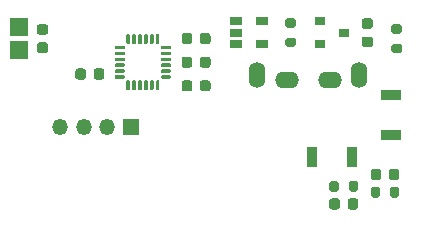
<source format=gbs>
G04 #@! TF.GenerationSoftware,KiCad,Pcbnew,(5.1.10)-1*
G04 #@! TF.CreationDate,2021-10-28T01:20:31+09:00*
G04 #@! TF.ProjectId,cat_tracker,6361745f-7472-4616-936b-65722e6b6963,rev?*
G04 #@! TF.SameCoordinates,Original*
G04 #@! TF.FileFunction,Soldermask,Bot*
G04 #@! TF.FilePolarity,Negative*
%FSLAX46Y46*%
G04 Gerber Fmt 4.6, Leading zero omitted, Abs format (unit mm)*
G04 Created by KiCad (PCBNEW (5.1.10)-1) date 2021-10-28 01:20:31*
%MOMM*%
%LPD*%
G01*
G04 APERTURE LIST*
%ADD10O,1.350000X1.350000*%
%ADD11R,1.350000X1.350000*%
%ADD12R,1.500000X1.500000*%
%ADD13O,2.000000X1.400000*%
%ADD14O,1.400000X2.200000*%
%ADD15R,0.900000X1.700000*%
%ADD16R,1.700000X0.900000*%
%ADD17R,1.060000X0.650000*%
%ADD18R,0.900000X0.800000*%
G04 APERTURE END LIST*
D10*
X35000000Y-40500000D03*
X37000000Y-40500000D03*
X39000000Y-40500000D03*
D11*
X41000000Y-40500000D03*
D12*
X31500000Y-34000000D03*
X31500000Y-32000000D03*
D13*
X54200000Y-36500000D03*
X57800000Y-36500000D03*
D14*
X51675000Y-36100000D03*
X60325000Y-36100000D03*
G36*
G01*
X59425000Y-45775000D02*
X59425000Y-45225000D01*
G75*
G02*
X59625000Y-45025000I200000J0D01*
G01*
X60025000Y-45025000D01*
G75*
G02*
X60225000Y-45225000I0J-200000D01*
G01*
X60225000Y-45775000D01*
G75*
G02*
X60025000Y-45975000I-200000J0D01*
G01*
X59625000Y-45975000D01*
G75*
G02*
X59425000Y-45775000I0J200000D01*
G01*
G37*
G36*
G01*
X57775000Y-45775000D02*
X57775000Y-45225000D01*
G75*
G02*
X57975000Y-45025000I200000J0D01*
G01*
X58375000Y-45025000D01*
G75*
G02*
X58575000Y-45225000I0J-200000D01*
G01*
X58575000Y-45775000D01*
G75*
G02*
X58375000Y-45975000I-200000J0D01*
G01*
X57975000Y-45975000D01*
G75*
G02*
X57775000Y-45775000I0J200000D01*
G01*
G37*
G36*
G01*
X63775000Y-32575000D02*
X63225000Y-32575000D01*
G75*
G02*
X63025000Y-32375000I0J200000D01*
G01*
X63025000Y-31975000D01*
G75*
G02*
X63225000Y-31775000I200000J0D01*
G01*
X63775000Y-31775000D01*
G75*
G02*
X63975000Y-31975000I0J-200000D01*
G01*
X63975000Y-32375000D01*
G75*
G02*
X63775000Y-32575000I-200000J0D01*
G01*
G37*
G36*
G01*
X63775000Y-34225000D02*
X63225000Y-34225000D01*
G75*
G02*
X63025000Y-34025000I0J200000D01*
G01*
X63025000Y-33625000D01*
G75*
G02*
X63225000Y-33425000I200000J0D01*
G01*
X63775000Y-33425000D01*
G75*
G02*
X63975000Y-33625000I0J-200000D01*
G01*
X63975000Y-34025000D01*
G75*
G02*
X63775000Y-34225000I-200000J0D01*
G01*
G37*
G36*
G01*
X62075000Y-45725000D02*
X62075000Y-46275000D01*
G75*
G02*
X61875000Y-46475000I-200000J0D01*
G01*
X61475000Y-46475000D01*
G75*
G02*
X61275000Y-46275000I0J200000D01*
G01*
X61275000Y-45725000D01*
G75*
G02*
X61475000Y-45525000I200000J0D01*
G01*
X61875000Y-45525000D01*
G75*
G02*
X62075000Y-45725000I0J-200000D01*
G01*
G37*
G36*
G01*
X63725000Y-45725000D02*
X63725000Y-46275000D01*
G75*
G02*
X63525000Y-46475000I-200000J0D01*
G01*
X63125000Y-46475000D01*
G75*
G02*
X62925000Y-46275000I0J200000D01*
G01*
X62925000Y-45725000D01*
G75*
G02*
X63125000Y-45525000I200000J0D01*
G01*
X63525000Y-45525000D01*
G75*
G02*
X63725000Y-45725000I0J-200000D01*
G01*
G37*
G36*
G01*
X54775000Y-32075000D02*
X54225000Y-32075000D01*
G75*
G02*
X54025000Y-31875000I0J200000D01*
G01*
X54025000Y-31475000D01*
G75*
G02*
X54225000Y-31275000I200000J0D01*
G01*
X54775000Y-31275000D01*
G75*
G02*
X54975000Y-31475000I0J-200000D01*
G01*
X54975000Y-31875000D01*
G75*
G02*
X54775000Y-32075000I-200000J0D01*
G01*
G37*
G36*
G01*
X54775000Y-33725000D02*
X54225000Y-33725000D01*
G75*
G02*
X54025000Y-33525000I0J200000D01*
G01*
X54025000Y-33125000D01*
G75*
G02*
X54225000Y-32925000I200000J0D01*
G01*
X54775000Y-32925000D01*
G75*
G02*
X54975000Y-33125000I0J-200000D01*
G01*
X54975000Y-33525000D01*
G75*
G02*
X54775000Y-33725000I-200000J0D01*
G01*
G37*
G36*
G01*
X59325000Y-47250000D02*
X59325000Y-46750000D01*
G75*
G02*
X59550000Y-46525000I225000J0D01*
G01*
X60000000Y-46525000D01*
G75*
G02*
X60225000Y-46750000I0J-225000D01*
G01*
X60225000Y-47250000D01*
G75*
G02*
X60000000Y-47475000I-225000J0D01*
G01*
X59550000Y-47475000D01*
G75*
G02*
X59325000Y-47250000I0J225000D01*
G01*
G37*
G36*
G01*
X57775000Y-47250000D02*
X57775000Y-46750000D01*
G75*
G02*
X58000000Y-46525000I225000J0D01*
G01*
X58450000Y-46525000D01*
G75*
G02*
X58675000Y-46750000I0J-225000D01*
G01*
X58675000Y-47250000D01*
G75*
G02*
X58450000Y-47475000I-225000J0D01*
G01*
X58000000Y-47475000D01*
G75*
G02*
X57775000Y-47250000I0J225000D01*
G01*
G37*
G36*
G01*
X37825000Y-36250000D02*
X37825000Y-35750000D01*
G75*
G02*
X38050000Y-35525000I225000J0D01*
G01*
X38500000Y-35525000D01*
G75*
G02*
X38725000Y-35750000I0J-225000D01*
G01*
X38725000Y-36250000D01*
G75*
G02*
X38500000Y-36475000I-225000J0D01*
G01*
X38050000Y-36475000D01*
G75*
G02*
X37825000Y-36250000I0J225000D01*
G01*
G37*
G36*
G01*
X36275000Y-36250000D02*
X36275000Y-35750000D01*
G75*
G02*
X36500000Y-35525000I225000J0D01*
G01*
X36950000Y-35525000D01*
G75*
G02*
X37175000Y-35750000I0J-225000D01*
G01*
X37175000Y-36250000D01*
G75*
G02*
X36950000Y-36475000I-225000J0D01*
G01*
X36500000Y-36475000D01*
G75*
G02*
X36275000Y-36250000I0J225000D01*
G01*
G37*
G36*
G01*
X46175000Y-34750000D02*
X46175000Y-35250000D01*
G75*
G02*
X45950000Y-35475000I-225000J0D01*
G01*
X45500000Y-35475000D01*
G75*
G02*
X45275000Y-35250000I0J225000D01*
G01*
X45275000Y-34750000D01*
G75*
G02*
X45500000Y-34525000I225000J0D01*
G01*
X45950000Y-34525000D01*
G75*
G02*
X46175000Y-34750000I0J-225000D01*
G01*
G37*
G36*
G01*
X47725000Y-34750000D02*
X47725000Y-35250000D01*
G75*
G02*
X47500000Y-35475000I-225000J0D01*
G01*
X47050000Y-35475000D01*
G75*
G02*
X46825000Y-35250000I0J225000D01*
G01*
X46825000Y-34750000D01*
G75*
G02*
X47050000Y-34525000I225000J0D01*
G01*
X47500000Y-34525000D01*
G75*
G02*
X47725000Y-34750000I0J-225000D01*
G01*
G37*
G36*
G01*
X46825000Y-37250000D02*
X46825000Y-36750000D01*
G75*
G02*
X47050000Y-36525000I225000J0D01*
G01*
X47500000Y-36525000D01*
G75*
G02*
X47725000Y-36750000I0J-225000D01*
G01*
X47725000Y-37250000D01*
G75*
G02*
X47500000Y-37475000I-225000J0D01*
G01*
X47050000Y-37475000D01*
G75*
G02*
X46825000Y-37250000I0J225000D01*
G01*
G37*
G36*
G01*
X45275000Y-37250000D02*
X45275000Y-36750000D01*
G75*
G02*
X45500000Y-36525000I225000J0D01*
G01*
X45950000Y-36525000D01*
G75*
G02*
X46175000Y-36750000I0J-225000D01*
G01*
X46175000Y-37250000D01*
G75*
G02*
X45950000Y-37475000I-225000J0D01*
G01*
X45500000Y-37475000D01*
G75*
G02*
X45275000Y-37250000I0J225000D01*
G01*
G37*
G36*
G01*
X46825000Y-33250000D02*
X46825000Y-32750000D01*
G75*
G02*
X47050000Y-32525000I225000J0D01*
G01*
X47500000Y-32525000D01*
G75*
G02*
X47725000Y-32750000I0J-225000D01*
G01*
X47725000Y-33250000D01*
G75*
G02*
X47500000Y-33475000I-225000J0D01*
G01*
X47050000Y-33475000D01*
G75*
G02*
X46825000Y-33250000I0J225000D01*
G01*
G37*
G36*
G01*
X45275000Y-33250000D02*
X45275000Y-32750000D01*
G75*
G02*
X45500000Y-32525000I225000J0D01*
G01*
X45950000Y-32525000D01*
G75*
G02*
X46175000Y-32750000I0J-225000D01*
G01*
X46175000Y-33250000D01*
G75*
G02*
X45950000Y-33475000I-225000J0D01*
G01*
X45500000Y-33475000D01*
G75*
G02*
X45275000Y-33250000I0J225000D01*
G01*
G37*
G36*
G01*
X62825000Y-44750000D02*
X62825000Y-44250000D01*
G75*
G02*
X63050000Y-44025000I225000J0D01*
G01*
X63500000Y-44025000D01*
G75*
G02*
X63725000Y-44250000I0J-225000D01*
G01*
X63725000Y-44750000D01*
G75*
G02*
X63500000Y-44975000I-225000J0D01*
G01*
X63050000Y-44975000D01*
G75*
G02*
X62825000Y-44750000I0J225000D01*
G01*
G37*
G36*
G01*
X61275000Y-44750000D02*
X61275000Y-44250000D01*
G75*
G02*
X61500000Y-44025000I225000J0D01*
G01*
X61950000Y-44025000D01*
G75*
G02*
X62175000Y-44250000I0J-225000D01*
G01*
X62175000Y-44750000D01*
G75*
G02*
X61950000Y-44975000I-225000J0D01*
G01*
X61500000Y-44975000D01*
G75*
G02*
X61275000Y-44750000I0J225000D01*
G01*
G37*
G36*
G01*
X60750000Y-32825000D02*
X61250000Y-32825000D01*
G75*
G02*
X61475000Y-33050000I0J-225000D01*
G01*
X61475000Y-33500000D01*
G75*
G02*
X61250000Y-33725000I-225000J0D01*
G01*
X60750000Y-33725000D01*
G75*
G02*
X60525000Y-33500000I0J225000D01*
G01*
X60525000Y-33050000D01*
G75*
G02*
X60750000Y-32825000I225000J0D01*
G01*
G37*
G36*
G01*
X60750000Y-31275000D02*
X61250000Y-31275000D01*
G75*
G02*
X61475000Y-31500000I0J-225000D01*
G01*
X61475000Y-31950000D01*
G75*
G02*
X61250000Y-32175000I-225000J0D01*
G01*
X60750000Y-32175000D01*
G75*
G02*
X60525000Y-31950000I0J225000D01*
G01*
X60525000Y-31500000D01*
G75*
G02*
X60750000Y-31275000I225000J0D01*
G01*
G37*
G36*
G01*
X33250000Y-33325000D02*
X33750000Y-33325000D01*
G75*
G02*
X33975000Y-33550000I0J-225000D01*
G01*
X33975000Y-34000000D01*
G75*
G02*
X33750000Y-34225000I-225000J0D01*
G01*
X33250000Y-34225000D01*
G75*
G02*
X33025000Y-34000000I0J225000D01*
G01*
X33025000Y-33550000D01*
G75*
G02*
X33250000Y-33325000I225000J0D01*
G01*
G37*
G36*
G01*
X33250000Y-31775000D02*
X33750000Y-31775000D01*
G75*
G02*
X33975000Y-32000000I0J-225000D01*
G01*
X33975000Y-32450000D01*
G75*
G02*
X33750000Y-32675000I-225000J0D01*
G01*
X33250000Y-32675000D01*
G75*
G02*
X33025000Y-32450000I0J225000D01*
G01*
X33025000Y-32000000D01*
G75*
G02*
X33250000Y-31775000I225000J0D01*
G01*
G37*
D15*
X56300000Y-43000000D03*
X59700000Y-43000000D03*
D16*
X63000000Y-41200000D03*
X63000000Y-37800000D03*
G36*
G01*
X40475000Y-33675000D02*
X40475000Y-33825000D01*
G75*
G02*
X40400000Y-33900000I-75000J0D01*
G01*
X39700000Y-33900000D01*
G75*
G02*
X39625000Y-33825000I0J75000D01*
G01*
X39625000Y-33675000D01*
G75*
G02*
X39700000Y-33600000I75000J0D01*
G01*
X40400000Y-33600000D01*
G75*
G02*
X40475000Y-33675000I0J-75000D01*
G01*
G37*
G36*
G01*
X40475000Y-34175000D02*
X40475000Y-34325000D01*
G75*
G02*
X40400000Y-34400000I-75000J0D01*
G01*
X39700000Y-34400000D01*
G75*
G02*
X39625000Y-34325000I0J75000D01*
G01*
X39625000Y-34175000D01*
G75*
G02*
X39700000Y-34100000I75000J0D01*
G01*
X40400000Y-34100000D01*
G75*
G02*
X40475000Y-34175000I0J-75000D01*
G01*
G37*
G36*
G01*
X40475000Y-34675000D02*
X40475000Y-34825000D01*
G75*
G02*
X40400000Y-34900000I-75000J0D01*
G01*
X39700000Y-34900000D01*
G75*
G02*
X39625000Y-34825000I0J75000D01*
G01*
X39625000Y-34675000D01*
G75*
G02*
X39700000Y-34600000I75000J0D01*
G01*
X40400000Y-34600000D01*
G75*
G02*
X40475000Y-34675000I0J-75000D01*
G01*
G37*
G36*
G01*
X40475000Y-35175000D02*
X40475000Y-35325000D01*
G75*
G02*
X40400000Y-35400000I-75000J0D01*
G01*
X39700000Y-35400000D01*
G75*
G02*
X39625000Y-35325000I0J75000D01*
G01*
X39625000Y-35175000D01*
G75*
G02*
X39700000Y-35100000I75000J0D01*
G01*
X40400000Y-35100000D01*
G75*
G02*
X40475000Y-35175000I0J-75000D01*
G01*
G37*
G36*
G01*
X40475000Y-35675000D02*
X40475000Y-35825000D01*
G75*
G02*
X40400000Y-35900000I-75000J0D01*
G01*
X39700000Y-35900000D01*
G75*
G02*
X39625000Y-35825000I0J75000D01*
G01*
X39625000Y-35675000D01*
G75*
G02*
X39700000Y-35600000I75000J0D01*
G01*
X40400000Y-35600000D01*
G75*
G02*
X40475000Y-35675000I0J-75000D01*
G01*
G37*
G36*
G01*
X40475000Y-36175000D02*
X40475000Y-36325000D01*
G75*
G02*
X40400000Y-36400000I-75000J0D01*
G01*
X39700000Y-36400000D01*
G75*
G02*
X39625000Y-36325000I0J75000D01*
G01*
X39625000Y-36175000D01*
G75*
G02*
X39700000Y-36100000I75000J0D01*
G01*
X40400000Y-36100000D01*
G75*
G02*
X40475000Y-36175000I0J-75000D01*
G01*
G37*
G36*
G01*
X40675000Y-36525000D02*
X40825000Y-36525000D01*
G75*
G02*
X40900000Y-36600000I0J-75000D01*
G01*
X40900000Y-37300000D01*
G75*
G02*
X40825000Y-37375000I-75000J0D01*
G01*
X40675000Y-37375000D01*
G75*
G02*
X40600000Y-37300000I0J75000D01*
G01*
X40600000Y-36600000D01*
G75*
G02*
X40675000Y-36525000I75000J0D01*
G01*
G37*
G36*
G01*
X41175000Y-36525000D02*
X41325000Y-36525000D01*
G75*
G02*
X41400000Y-36600000I0J-75000D01*
G01*
X41400000Y-37300000D01*
G75*
G02*
X41325000Y-37375000I-75000J0D01*
G01*
X41175000Y-37375000D01*
G75*
G02*
X41100000Y-37300000I0J75000D01*
G01*
X41100000Y-36600000D01*
G75*
G02*
X41175000Y-36525000I75000J0D01*
G01*
G37*
G36*
G01*
X41675000Y-36525000D02*
X41825000Y-36525000D01*
G75*
G02*
X41900000Y-36600000I0J-75000D01*
G01*
X41900000Y-37300000D01*
G75*
G02*
X41825000Y-37375000I-75000J0D01*
G01*
X41675000Y-37375000D01*
G75*
G02*
X41600000Y-37300000I0J75000D01*
G01*
X41600000Y-36600000D01*
G75*
G02*
X41675000Y-36525000I75000J0D01*
G01*
G37*
G36*
G01*
X42175000Y-36525000D02*
X42325000Y-36525000D01*
G75*
G02*
X42400000Y-36600000I0J-75000D01*
G01*
X42400000Y-37300000D01*
G75*
G02*
X42325000Y-37375000I-75000J0D01*
G01*
X42175000Y-37375000D01*
G75*
G02*
X42100000Y-37300000I0J75000D01*
G01*
X42100000Y-36600000D01*
G75*
G02*
X42175000Y-36525000I75000J0D01*
G01*
G37*
G36*
G01*
X42675000Y-36525000D02*
X42825000Y-36525000D01*
G75*
G02*
X42900000Y-36600000I0J-75000D01*
G01*
X42900000Y-37300000D01*
G75*
G02*
X42825000Y-37375000I-75000J0D01*
G01*
X42675000Y-37375000D01*
G75*
G02*
X42600000Y-37300000I0J75000D01*
G01*
X42600000Y-36600000D01*
G75*
G02*
X42675000Y-36525000I75000J0D01*
G01*
G37*
G36*
G01*
X43175000Y-36525000D02*
X43325000Y-36525000D01*
G75*
G02*
X43400000Y-36600000I0J-75000D01*
G01*
X43400000Y-37300000D01*
G75*
G02*
X43325000Y-37375000I-75000J0D01*
G01*
X43175000Y-37375000D01*
G75*
G02*
X43100000Y-37300000I0J75000D01*
G01*
X43100000Y-36600000D01*
G75*
G02*
X43175000Y-36525000I75000J0D01*
G01*
G37*
G36*
G01*
X44375000Y-36175000D02*
X44375000Y-36325000D01*
G75*
G02*
X44300000Y-36400000I-75000J0D01*
G01*
X43600000Y-36400000D01*
G75*
G02*
X43525000Y-36325000I0J75000D01*
G01*
X43525000Y-36175000D01*
G75*
G02*
X43600000Y-36100000I75000J0D01*
G01*
X44300000Y-36100000D01*
G75*
G02*
X44375000Y-36175000I0J-75000D01*
G01*
G37*
G36*
G01*
X44375000Y-35675000D02*
X44375000Y-35825000D01*
G75*
G02*
X44300000Y-35900000I-75000J0D01*
G01*
X43600000Y-35900000D01*
G75*
G02*
X43525000Y-35825000I0J75000D01*
G01*
X43525000Y-35675000D01*
G75*
G02*
X43600000Y-35600000I75000J0D01*
G01*
X44300000Y-35600000D01*
G75*
G02*
X44375000Y-35675000I0J-75000D01*
G01*
G37*
G36*
G01*
X44375000Y-35175000D02*
X44375000Y-35325000D01*
G75*
G02*
X44300000Y-35400000I-75000J0D01*
G01*
X43600000Y-35400000D01*
G75*
G02*
X43525000Y-35325000I0J75000D01*
G01*
X43525000Y-35175000D01*
G75*
G02*
X43600000Y-35100000I75000J0D01*
G01*
X44300000Y-35100000D01*
G75*
G02*
X44375000Y-35175000I0J-75000D01*
G01*
G37*
G36*
G01*
X44375000Y-34675000D02*
X44375000Y-34825000D01*
G75*
G02*
X44300000Y-34900000I-75000J0D01*
G01*
X43600000Y-34900000D01*
G75*
G02*
X43525000Y-34825000I0J75000D01*
G01*
X43525000Y-34675000D01*
G75*
G02*
X43600000Y-34600000I75000J0D01*
G01*
X44300000Y-34600000D01*
G75*
G02*
X44375000Y-34675000I0J-75000D01*
G01*
G37*
G36*
G01*
X44375000Y-34175000D02*
X44375000Y-34325000D01*
G75*
G02*
X44300000Y-34400000I-75000J0D01*
G01*
X43600000Y-34400000D01*
G75*
G02*
X43525000Y-34325000I0J75000D01*
G01*
X43525000Y-34175000D01*
G75*
G02*
X43600000Y-34100000I75000J0D01*
G01*
X44300000Y-34100000D01*
G75*
G02*
X44375000Y-34175000I0J-75000D01*
G01*
G37*
G36*
G01*
X44375000Y-33675000D02*
X44375000Y-33825000D01*
G75*
G02*
X44300000Y-33900000I-75000J0D01*
G01*
X43600000Y-33900000D01*
G75*
G02*
X43525000Y-33825000I0J75000D01*
G01*
X43525000Y-33675000D01*
G75*
G02*
X43600000Y-33600000I75000J0D01*
G01*
X44300000Y-33600000D01*
G75*
G02*
X44375000Y-33675000I0J-75000D01*
G01*
G37*
G36*
G01*
X43175000Y-32625000D02*
X43325000Y-32625000D01*
G75*
G02*
X43400000Y-32700000I0J-75000D01*
G01*
X43400000Y-33400000D01*
G75*
G02*
X43325000Y-33475000I-75000J0D01*
G01*
X43175000Y-33475000D01*
G75*
G02*
X43100000Y-33400000I0J75000D01*
G01*
X43100000Y-32700000D01*
G75*
G02*
X43175000Y-32625000I75000J0D01*
G01*
G37*
G36*
G01*
X42675000Y-32625000D02*
X42825000Y-32625000D01*
G75*
G02*
X42900000Y-32700000I0J-75000D01*
G01*
X42900000Y-33400000D01*
G75*
G02*
X42825000Y-33475000I-75000J0D01*
G01*
X42675000Y-33475000D01*
G75*
G02*
X42600000Y-33400000I0J75000D01*
G01*
X42600000Y-32700000D01*
G75*
G02*
X42675000Y-32625000I75000J0D01*
G01*
G37*
G36*
G01*
X42175000Y-32625000D02*
X42325000Y-32625000D01*
G75*
G02*
X42400000Y-32700000I0J-75000D01*
G01*
X42400000Y-33400000D01*
G75*
G02*
X42325000Y-33475000I-75000J0D01*
G01*
X42175000Y-33475000D01*
G75*
G02*
X42100000Y-33400000I0J75000D01*
G01*
X42100000Y-32700000D01*
G75*
G02*
X42175000Y-32625000I75000J0D01*
G01*
G37*
G36*
G01*
X41675000Y-32625000D02*
X41825000Y-32625000D01*
G75*
G02*
X41900000Y-32700000I0J-75000D01*
G01*
X41900000Y-33400000D01*
G75*
G02*
X41825000Y-33475000I-75000J0D01*
G01*
X41675000Y-33475000D01*
G75*
G02*
X41600000Y-33400000I0J75000D01*
G01*
X41600000Y-32700000D01*
G75*
G02*
X41675000Y-32625000I75000J0D01*
G01*
G37*
G36*
G01*
X41175000Y-32625000D02*
X41325000Y-32625000D01*
G75*
G02*
X41400000Y-32700000I0J-75000D01*
G01*
X41400000Y-33400000D01*
G75*
G02*
X41325000Y-33475000I-75000J0D01*
G01*
X41175000Y-33475000D01*
G75*
G02*
X41100000Y-33400000I0J75000D01*
G01*
X41100000Y-32700000D01*
G75*
G02*
X41175000Y-32625000I75000J0D01*
G01*
G37*
G36*
G01*
X40675000Y-32625000D02*
X40825000Y-32625000D01*
G75*
G02*
X40900000Y-32700000I0J-75000D01*
G01*
X40900000Y-33400000D01*
G75*
G02*
X40825000Y-33475000I-75000J0D01*
G01*
X40675000Y-33475000D01*
G75*
G02*
X40600000Y-33400000I0J75000D01*
G01*
X40600000Y-32700000D01*
G75*
G02*
X40675000Y-32625000I75000J0D01*
G01*
G37*
D17*
X52100000Y-33450000D03*
X52100000Y-31550000D03*
X49900000Y-31550000D03*
X49900000Y-32500000D03*
X49900000Y-33450000D03*
D18*
X59000000Y-32500000D03*
X57000000Y-31550000D03*
X57000000Y-33450000D03*
M02*

</source>
